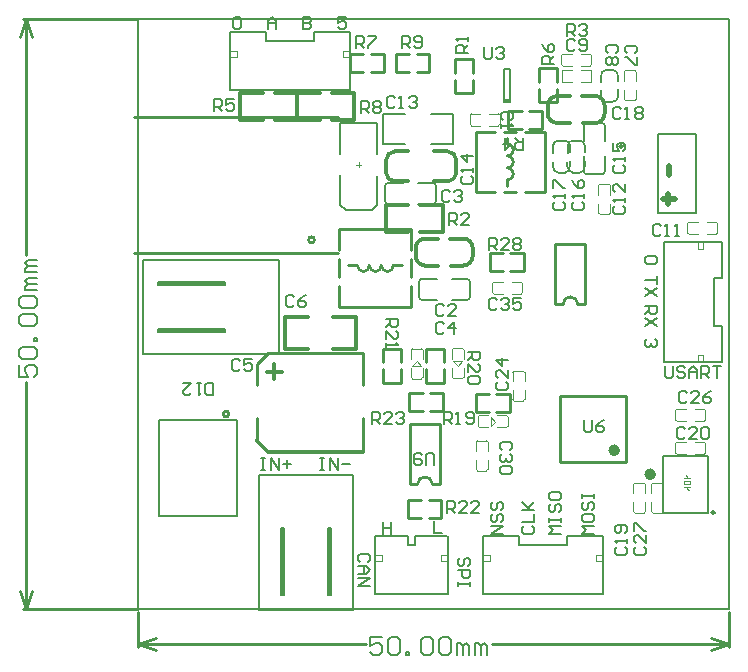
<source format=gto>
G04*
G04 #@! TF.GenerationSoftware,Altium Limited,Altium Designer,18.1.3 (115)*
G04*
G04 Layer_Color=65535*
%FSLAX25Y25*%
%MOIN*%
G70*
G01*
G75*
%ADD10C,0.00400*%
%ADD11C,0.01200*%
%ADD12C,0.00600*%
%ADD13C,0.01000*%
%ADD14C,0.00984*%
%ADD15C,0.00800*%
%ADD16C,0.02000*%
%ADD17C,0.01968*%
%ADD18C,0.00787*%
%ADD19C,0.01181*%
%ADD20C,0.00394*%
%ADD21C,0.00606*%
D10*
X153300Y132100D02*
G03*
X153800Y131600I500J0D01*
G01*
Y141600D02*
G03*
X153300Y141100I0J-500D01*
G01*
X156800Y131600D02*
G03*
X157300Y132100I0J500D01*
G01*
Y141100D02*
G03*
X156800Y141600I-500J0D01*
G01*
X90700Y77300D02*
G03*
X91200Y76800I500J0D01*
G01*
Y86800D02*
G03*
X90700Y86300I0J-500D01*
G01*
X94200Y76800D02*
G03*
X94700Y77300I0J500D01*
G01*
Y86300D02*
G03*
X94200Y86800I-500J0D01*
G01*
X179500Y55500D02*
G03*
X179000Y55000I0J-500D01*
G01*
X189000D02*
G03*
X188500Y55500I-500J0D01*
G01*
X179000Y52000D02*
G03*
X179500Y51500I500J0D01*
G01*
X188500D02*
G03*
X189000Y52000I0J500D01*
G01*
X161900Y170000D02*
G03*
X162400Y169500I500J0D01*
G01*
Y179500D02*
G03*
X161900Y179000I0J-500D01*
G01*
X165400Y169500D02*
G03*
X165900Y170000I0J500D01*
G01*
Y179000D02*
G03*
X165400Y179500I-500J0D01*
G01*
X104500Y77301D02*
G03*
X105000Y76801I500J0D01*
G01*
Y86801D02*
G03*
X104500Y86301I0J-500D01*
G01*
X108000Y76801D02*
G03*
X108500Y77301I0J500D01*
G01*
Y86301D02*
G03*
X108000Y86801I-500J0D01*
G01*
X128700Y78900D02*
G03*
X128200Y79400I-500J0D01*
G01*
Y69400D02*
G03*
X128700Y69900I0J500D01*
G01*
X125200Y79400D02*
G03*
X124700Y78900I0J-500D01*
G01*
Y69900D02*
G03*
X125200Y69400I500J0D01*
G01*
X122600Y60500D02*
G03*
X123100Y61000I0J500D01*
G01*
X113100D02*
G03*
X113600Y60500I500J0D01*
G01*
X123100Y64000D02*
G03*
X122600Y64500I-500J0D01*
G01*
X113600D02*
G03*
X113100Y64000I0J-500D01*
G01*
X141500Y185000D02*
G03*
X141000Y184500I0J-500D01*
G01*
X151000D02*
G03*
X150500Y185000I-500J0D01*
G01*
X141000Y181500D02*
G03*
X141500Y181000I500J0D01*
G01*
X150500D02*
G03*
X151000Y181500I0J500D01*
G01*
X192500Y124900D02*
G03*
X193000Y125400I0J500D01*
G01*
X183000D02*
G03*
X183500Y124900I500J0D01*
G01*
X193000Y128400D02*
G03*
X192500Y128900I-500J0D01*
G01*
X183500D02*
G03*
X183000Y128400I0J-500D01*
G01*
X179500Y66500D02*
G03*
X179000Y66000I0J-500D01*
G01*
X189000D02*
G03*
X188500Y66500I-500J0D01*
G01*
X179000Y63000D02*
G03*
X179500Y62500I500J0D01*
G01*
X188500D02*
G03*
X189000Y63000I0J500D01*
G01*
X118500Y109000D02*
G03*
X118000Y108500I0J-500D01*
G01*
X128000D02*
G03*
X127500Y109000I-500J0D01*
G01*
X118000Y105500D02*
G03*
X118500Y105000I500J0D01*
G01*
X127500D02*
G03*
X128000Y105500I0J500D01*
G01*
X175000Y41500D02*
G03*
X174500Y42000I-500J0D01*
G01*
Y32000D02*
G03*
X175000Y32500I0J500D01*
G01*
X171500Y42000D02*
G03*
X171000Y41500I0J-500D01*
G01*
Y32500D02*
G03*
X171500Y32000I500J0D01*
G01*
X165000Y32500D02*
G03*
X165500Y32000I500J0D01*
G01*
Y42000D02*
G03*
X165000Y41500I0J-500D01*
G01*
X168500Y32000D02*
G03*
X169000Y32500I0J500D01*
G01*
Y41500D02*
G03*
X168500Y42000I-500J0D01*
G01*
X111000Y165000D02*
G03*
X110500Y164500I0J-500D01*
G01*
X120500D02*
G03*
X120000Y165000I-500J0D01*
G01*
X110500Y161500D02*
G03*
X111000Y161000I500J0D01*
G01*
X120000D02*
G03*
X120500Y161500I0J500D01*
G01*
X112500Y46500D02*
G03*
X113000Y46000I500J0D01*
G01*
Y56000D02*
G03*
X112500Y55500I0J-500D01*
G01*
X116000Y46000D02*
G03*
X116500Y46500I0J500D01*
G01*
Y55500D02*
G03*
X116000Y56000I-500J0D01*
G01*
X150900Y175500D02*
Y179500D01*
X147500Y175500D02*
X150900D01*
X141100D02*
X144500D01*
X147500Y179500D02*
X150900D01*
X141100Y179600D02*
X144400D01*
X141100Y175500D02*
Y179600D01*
X153800Y131600D02*
X156800D01*
X153800Y141600D02*
X156800D01*
X153300Y132100D02*
Y135100D01*
Y138100D02*
Y141100D01*
X157300Y138100D02*
Y141100D01*
Y132100D02*
Y135100D01*
X91200Y76800D02*
X94200D01*
X91200Y86800D02*
X94200D01*
X90700Y77300D02*
Y80300D01*
Y83300D02*
Y86300D01*
X94700Y83300D02*
Y86300D01*
Y77300D02*
Y80300D01*
X182500Y44500D02*
X183000Y44000D01*
Y43500D02*
Y44000D01*
X182000Y43500D02*
X184000D01*
X182000Y41500D02*
Y42500D01*
X184000D01*
Y41500D02*
Y42500D01*
X182000Y41500D02*
X184000D01*
X182000Y40500D02*
X184000D01*
X183000Y40000D02*
Y40500D01*
Y40000D02*
X183500Y39500D01*
X185500Y55500D02*
X188500D01*
X179500D02*
X182500D01*
X179500Y51500D02*
X182500D01*
X185500D02*
X188500D01*
X179000Y52000D02*
Y55000D01*
X189000Y52000D02*
Y55000D01*
X162400Y169500D02*
X165400D01*
X162400Y179500D02*
X165400D01*
X161900Y170000D02*
Y173000D01*
Y176000D02*
Y179000D01*
X165900Y176000D02*
Y179000D01*
Y170000D02*
Y173000D01*
X104500Y83301D02*
Y86301D01*
Y77301D02*
Y80301D01*
X108500Y77301D02*
Y80301D01*
Y83301D02*
Y86301D01*
X105000Y76801D02*
X108000D01*
X105000Y86801D02*
X108000D01*
X128700Y69900D02*
Y72900D01*
Y75900D02*
Y78900D01*
X124700Y75900D02*
Y78900D01*
Y69900D02*
Y72900D01*
X125200Y79400D02*
X128200D01*
X125200Y69400D02*
X128200D01*
X113600Y60500D02*
X116600D01*
X119600D02*
X122600D01*
X119600Y64500D02*
X122600D01*
X113600D02*
X116600D01*
X123100Y61000D02*
Y64000D01*
X113100Y61000D02*
Y64000D01*
X147500Y185000D02*
X150500D01*
X141500D02*
X144500D01*
X141500Y181000D02*
X144500D01*
X147500D02*
X150500D01*
X141000Y181500D02*
Y184500D01*
X151000Y181500D02*
Y184500D01*
X183500Y124900D02*
X186500D01*
X189500D02*
X192500D01*
X189500Y128900D02*
X192500D01*
X183500D02*
X186500D01*
X193000Y125400D02*
Y128400D01*
X183000Y125400D02*
Y128400D01*
X185500Y66500D02*
X188500D01*
X179500D02*
X182500D01*
X179500Y62500D02*
X182500D01*
X185500D02*
X188500D01*
X179000Y63000D02*
Y66000D01*
X189000Y63000D02*
Y66000D01*
X124500Y109000D02*
X127500D01*
X118500D02*
X121500D01*
X118500Y105000D02*
X121500D01*
X124500D02*
X127500D01*
X118000Y105500D02*
Y108500D01*
X128000Y105500D02*
Y108500D01*
X175000Y32500D02*
Y35500D01*
Y38500D02*
Y41500D01*
X171000Y38500D02*
Y41500D01*
Y32500D02*
Y35500D01*
X171500Y42000D02*
X174500D01*
X171500Y32000D02*
X174500D01*
X165000Y38500D02*
Y41500D01*
Y32500D02*
Y35500D01*
X169000Y32500D02*
Y35500D01*
Y38500D02*
Y41500D01*
X165500Y32000D02*
X168500D01*
X165500Y42000D02*
X168500D01*
X117000Y165000D02*
X120000D01*
X111000D02*
X114000D01*
X111000Y161000D02*
X114000D01*
X117000D02*
X120000D01*
X110500Y161500D02*
Y164500D01*
X120500Y161500D02*
Y164500D01*
X112500Y52500D02*
Y55500D01*
Y46500D02*
Y49500D01*
X116500Y46500D02*
Y49500D01*
Y52500D02*
Y55500D01*
X113000Y46000D02*
X116000D01*
X113000Y56000D02*
X116000D01*
D11*
X85500Y152500D02*
G03*
X82500Y149500I0J-3000D01*
G01*
Y145500D02*
G03*
X85500Y142500I3000J0D01*
G01*
X103000D02*
G03*
X106000Y145500I0J3000D01*
G01*
Y149500D02*
G03*
X103000Y152500I-3000J0D01*
G01*
X139629Y170974D02*
G03*
X136416Y167760I0J-3214D01*
G01*
Y165174D02*
G03*
X139629Y161960I3214J0D01*
G01*
X152216D02*
G03*
X155429Y165174I0J3214D01*
G01*
Y167760D02*
G03*
X152216Y170974I-3214J0D01*
G01*
X111430Y120260D02*
G03*
X108215Y123474I-3214J0D01*
G01*
Y114460D02*
G03*
X111430Y117674I0J3214D01*
G01*
X92415D02*
G03*
X95630Y114460I3214J0D01*
G01*
Y123474D02*
G03*
X92415Y120260I0J-3214D01*
G01*
X49000Y86700D02*
X49000Y97400D01*
X72500Y86700D02*
Y97400D01*
X49000Y86700D02*
X56500Y86700D01*
X49000Y97400D02*
X56500D01*
X65000D02*
X72500D01*
X65000Y86700D02*
X72500D01*
X106000Y145500D02*
Y149500D01*
X82500Y145500D02*
Y149500D01*
X85500Y152500D02*
X90000D01*
X85500Y142500D02*
X90000D01*
X98500D02*
X103000D01*
X98500Y152500D02*
X103000D01*
X98500D02*
X103000D01*
X148316Y161960D02*
X152216D01*
X139629D02*
X143930D01*
X139129Y170960D02*
X143930D01*
X136416Y165274D02*
Y167760D01*
X155429Y165174D02*
Y167660D01*
X147930Y170960D02*
X152229D01*
X64500Y163000D02*
X72000D01*
X64500Y172000D02*
X72000D01*
X53000D02*
X60500D01*
X53000Y163000D02*
X60500D01*
X72000D02*
Y172000D01*
X53000Y163000D02*
Y172000D01*
X103929Y123460D02*
X108229D01*
X111430Y117674D02*
Y120160D01*
X92415Y117774D02*
Y120260D01*
X95130Y123460D02*
X99929D01*
X95630Y114460D02*
X99929D01*
X104315D02*
X108215D01*
X53000Y163000D02*
Y172000D01*
X34000Y163000D02*
Y172000D01*
X45500D02*
X53000D01*
X45500Y163000D02*
X53000D01*
X34000D02*
X41500D01*
X34000Y172000D02*
X41500D01*
X101500Y125500D02*
Y134500D01*
X82500Y125500D02*
Y134500D01*
X94000D02*
X101500D01*
X94000Y125500D02*
X101500D01*
X82500D02*
X90000D01*
X82500Y134500D02*
X90000D01*
D12*
X155500Y160900D02*
G03*
X154500Y161900I-1000J0D01*
G01*
Y144900D02*
G03*
X155500Y145900I0J1000D01*
G01*
X148500D02*
G03*
X149500Y144900I1000J0D01*
G01*
Y161900D02*
G03*
X148500Y160900I0J-1000D01*
G01*
X109500Y103000D02*
G03*
X110500Y104000I0J1000D01*
G01*
X93500D02*
G03*
X94500Y103000I1000J0D01*
G01*
Y110000D02*
G03*
X93500Y109000I0J-1000D01*
G01*
X110500D02*
G03*
X109500Y110000I-1000J0D01*
G01*
X83200Y142000D02*
G03*
X82200Y141000I0J-1000D01*
G01*
X99200D02*
G03*
X98200Y142000I-1000J0D01*
G01*
Y135000D02*
G03*
X99200Y136000I0J1000D01*
G01*
X82200D02*
G03*
X83200Y135000I1000J0D01*
G01*
X149500Y161900D02*
X154500D01*
X149500Y144900D02*
X154500D01*
X148500Y145900D02*
Y150900D01*
X155500Y145900D02*
Y150900D01*
X148500Y155900D02*
Y160900D01*
X155500Y155900D02*
Y160900D01*
X110500Y104000D02*
Y109000D01*
X93500Y104000D02*
Y109000D01*
X94500Y110000D02*
X99500D01*
X94500Y103000D02*
X99500D01*
X104500Y110000D02*
X109500D01*
X104500Y103000D02*
X109500D01*
X82200Y136000D02*
Y141000D01*
X99200Y136000D02*
Y141000D01*
X93200Y135000D02*
X98200D01*
X93200Y142000D02*
X98200D01*
X83200Y135000D02*
X88200D01*
X83200Y142000D02*
X88200D01*
X81330Y-9401D02*
X77332D01*
Y-12400D01*
X79331Y-11400D01*
X80330D01*
X81330Y-12400D01*
Y-14399D01*
X80330Y-15399D01*
X78331D01*
X77332Y-14399D01*
X83330Y-10401D02*
X84329Y-9401D01*
X86329D01*
X87328Y-10401D01*
Y-14399D01*
X86329Y-15399D01*
X84329D01*
X83330Y-14399D01*
Y-10401D01*
X89328Y-15399D02*
Y-14399D01*
X90327D01*
Y-15399D01*
X89328D01*
X94326Y-10401D02*
X95326Y-9401D01*
X97325D01*
X98325Y-10401D01*
Y-14399D01*
X97325Y-15399D01*
X95326D01*
X94326Y-14399D01*
Y-10401D01*
X100324D02*
X101324Y-9401D01*
X103323D01*
X104323Y-10401D01*
Y-14399D01*
X103323Y-15399D01*
X101324D01*
X100324Y-14399D01*
Y-10401D01*
X106322Y-15399D02*
Y-11400D01*
X107322D01*
X108321Y-12400D01*
Y-15399D01*
Y-12400D01*
X109321Y-11400D01*
X110321Y-12400D01*
Y-15399D01*
X112320D02*
Y-11400D01*
X113320D01*
X114320Y-12400D01*
Y-15399D01*
Y-12400D01*
X115319Y-11400D01*
X116319Y-12400D01*
Y-15399D01*
X-39899Y81230D02*
Y77232D01*
X-36900D01*
X-37900Y79231D01*
Y80230D01*
X-36900Y81230D01*
X-34901D01*
X-33901Y80230D01*
Y78231D01*
X-34901Y77232D01*
X-38899Y83230D02*
X-39899Y84229D01*
Y86229D01*
X-38899Y87228D01*
X-34901D01*
X-33901Y86229D01*
Y84229D01*
X-34901Y83230D01*
X-38899D01*
X-33901Y89228D02*
X-34901D01*
Y90227D01*
X-33901D01*
Y89228D01*
X-38899Y94226D02*
X-39899Y95226D01*
Y97225D01*
X-38899Y98225D01*
X-34901D01*
X-33901Y97225D01*
Y95226D01*
X-34901Y94226D01*
X-38899D01*
Y100224D02*
X-39899Y101224D01*
Y103223D01*
X-38899Y104223D01*
X-34901D01*
X-33901Y103223D01*
Y101224D01*
X-34901Y100224D01*
X-38899D01*
X-33901Y106222D02*
X-37900D01*
Y107222D01*
X-36900Y108221D01*
X-33901D01*
X-36900D01*
X-37900Y109221D01*
X-36900Y110221D01*
X-33901D01*
Y112220D02*
X-37900D01*
Y113220D01*
X-36900Y114219D01*
X-33901D01*
X-36900D01*
X-37900Y115219D01*
X-36900Y116219D01*
X-33901D01*
D13*
X30200Y64935D02*
G03*
X30200Y64935I-1000J0D01*
G01*
X77000Y114500D02*
G03*
X81000Y114500I2000J0D01*
G01*
X73000D02*
G03*
X77000Y114500I2000J0D01*
G01*
X81000D02*
G03*
X85000Y114500I2000J0D01*
G01*
X123000Y151000D02*
G03*
X123000Y155000I0J2000D01*
G01*
Y143000D02*
G03*
X123000Y147000I0J2000D01*
G01*
D02*
G03*
X123000Y151000I0J2000D01*
G01*
X192079Y32087D02*
G03*
X192079Y32087I-492J0D01*
G01*
X58706Y123014D02*
G03*
X58706Y123014I-1000J0D01*
G01*
X146500Y101500D02*
G03*
X141500Y101500I-2500J0D01*
G01*
X98000Y41500D02*
G03*
X93000Y41500I-2500J0D01*
G01*
X43319Y85371D02*
X74900D01*
X39483Y81535D02*
X43319Y85371D01*
X39483Y74700D02*
Y81535D01*
Y56116D02*
Y63700D01*
Y56116D02*
X43300Y52300D01*
X74900D01*
Y63700D01*
Y74700D02*
Y85371D01*
X91000Y110500D02*
Y116500D01*
X67000Y110500D02*
Y116500D01*
Y119500D02*
Y126500D01*
X91000D01*
Y119500D02*
Y126500D01*
Y100500D02*
Y107500D01*
X67000Y100500D02*
X91000D01*
X67000D02*
Y107500D01*
X85000Y114500D02*
X88000D01*
X70000D02*
X73000D01*
X129000Y159000D02*
X135500D01*
Y139000D02*
Y159000D01*
X129000Y139000D02*
X135500D01*
X112500D02*
X119000D01*
X112500D02*
Y159000D01*
X119000D01*
X123000Y155000D02*
Y157000D01*
Y141000D02*
Y143000D01*
X122000Y139000D02*
X126000D01*
X122000Y159000D02*
X126000D01*
X117300Y118500D02*
X121500D01*
X117300Y112500D02*
X121500D01*
X124000Y118500D02*
X128500D01*
X124000Y112500D02*
X128500D01*
X117300D02*
Y118500D01*
X128500Y112500D02*
Y118500D01*
X-1349Y118762D02*
X66565D01*
X-1349Y164038D02*
X66565D01*
X140575Y70887D02*
X162575D01*
X140575Y48887D02*
Y70887D01*
Y48887D02*
X162575D01*
Y70887D01*
X146500Y101500D02*
X149000D01*
X139000D02*
X141500D01*
X139000D02*
Y121500D01*
X149000D01*
Y101500D02*
Y121500D01*
X92700Y179100D02*
X96900D01*
X92700Y185100D02*
X96900D01*
X85700Y179100D02*
X90200D01*
X85700Y185100D02*
X90200D01*
X96900Y179100D02*
Y185100D01*
X85700Y179100D02*
Y185100D01*
X77500Y179100D02*
X81700D01*
X77500Y185100D02*
X81700D01*
X70500Y179100D02*
X75000D01*
X70500Y185100D02*
X75000D01*
X81700Y179100D02*
Y185100D01*
X70500Y179100D02*
Y185100D01*
X123201Y160000D02*
Y166000D01*
X134401Y160000D02*
Y166000D01*
X123201D02*
X127701D01*
X123201Y160000D02*
X127701D01*
X130201Y166000D02*
X134401D01*
X130201Y160000D02*
X134401D01*
X105500Y172099D02*
Y176299D01*
X111500Y172099D02*
Y176299D01*
X105500Y178799D02*
Y183299D01*
X111500Y178799D02*
Y183299D01*
X105500Y172099D02*
X111500D01*
X105500Y183299D02*
X111500D01*
X96701Y30300D02*
X100901D01*
X96701Y36300D02*
X100901D01*
X89701Y30300D02*
X94201D01*
X89701Y36300D02*
X94201D01*
X100901Y30300D02*
Y36300D01*
X89701Y30300D02*
Y36300D01*
X133500Y169099D02*
Y173299D01*
X139500Y169099D02*
Y173299D01*
X133500Y175799D02*
Y180299D01*
X139500Y175799D02*
Y180299D01*
X133500Y169099D02*
X139500D01*
X133500Y180299D02*
X139500D01*
X97201Y66000D02*
X101401D01*
X97201Y72000D02*
X101401D01*
X90201Y66000D02*
X94701D01*
X90201Y72000D02*
X94701D01*
X101401Y66000D02*
Y72000D01*
X90201Y66000D02*
Y72000D01*
X100500Y41500D02*
Y61500D01*
X90500D02*
X100500D01*
X90500Y41500D02*
Y61500D01*
Y41500D02*
X93000D01*
X98000D02*
X100500D01*
X112599Y71500D02*
X116799D01*
X112599Y65500D02*
X116799D01*
X119299Y71500D02*
X123799D01*
X119299Y65500D02*
X123799D01*
X112599D02*
Y71500D01*
X123799Y65500D02*
Y71500D01*
X102000Y82301D02*
Y86501D01*
X96000Y82301D02*
Y86501D01*
X102000Y75301D02*
Y79801D01*
X96000Y75301D02*
Y79801D01*
Y86501D02*
X102000D01*
X96000Y75301D02*
X102000D01*
X87500Y82301D02*
Y86501D01*
X81500Y82301D02*
Y86501D01*
X87500Y75301D02*
Y79801D01*
X81500Y75301D02*
Y79801D01*
Y86501D02*
X87500D01*
X81500Y75301D02*
X87500D01*
X0Y-11800D02*
X6000Y-9800D01*
X0Y-11800D02*
X6000Y-13800D01*
X190850D02*
X196850Y-11800D01*
X190850Y-9800D02*
X196850Y-11800D01*
X0D02*
X75731D01*
X117919D02*
X196850D01*
X0Y-12800D02*
Y-1100D01*
X196850Y-12800D02*
Y-1100D01*
X-39500Y5900D02*
X-37500Y-100D01*
X-35500Y5900D01*
X-37500Y196750D02*
X-35500Y190750D01*
X-39500D02*
X-37500Y196750D01*
Y-100D02*
Y75631D01*
Y117819D02*
Y196750D01*
X-38500Y-100D02*
X0D01*
X-38500Y196750D02*
X0D01*
D14*
X161390Y154221D02*
G03*
X161390Y154221I-492J0D01*
G01*
D15*
X123817Y168890D02*
G03*
X121947Y168890I-935J0D01*
G01*
X1599Y85126D02*
X46795D01*
Y100717D01*
X1599Y85126D02*
Y100717D01*
X6500Y92922D02*
X29000D01*
X6500Y93422D02*
X29000D01*
Y92422D02*
Y93422D01*
X6500Y92422D02*
X29000D01*
X6500D02*
Y93422D01*
Y108012D02*
Y109012D01*
Y108012D02*
X29000D01*
Y109012D01*
X6500D02*
X29000D01*
X6500Y108512D02*
X29000D01*
X1599Y100717D02*
Y116307D01*
X46795D01*
Y100717D02*
Y116307D01*
X121747Y168890D02*
X123817D01*
X121947D02*
X124016D01*
Y180110D01*
X121747D02*
X124016D01*
X121747Y168890D02*
Y180110D01*
X194650Y110326D02*
Y122326D01*
Y82326D02*
Y94326D01*
X78748Y4858D02*
X102874D01*
X92252Y24150D02*
X102874D01*
X78748D02*
X90000D01*
X142874D02*
X154874D01*
X114874D02*
X126874D01*
X58622Y192150D02*
X70622D01*
X30622D02*
X42622D01*
X71374Y-402D02*
Y44795D01*
X55783D02*
X71374D01*
X55783Y-402D02*
X71374D01*
X63578Y4500D02*
Y27000D01*
X63078Y4500D02*
Y27000D01*
X64078D01*
Y4500D02*
Y27000D01*
X63078Y4500D02*
X64078D01*
X47488D02*
X48488D01*
Y27000D01*
X47488D02*
X48488D01*
X47488Y4500D02*
Y27000D01*
X47988Y4500D02*
Y27000D01*
X40193Y-402D02*
X55783D01*
X40193D02*
Y44795D01*
X55783D01*
X175500Y81099D02*
Y77766D01*
X176166Y77100D01*
X177499D01*
X178166Y77766D01*
Y81099D01*
X182165Y80432D02*
X181498Y81099D01*
X180165D01*
X179499Y80432D01*
Y79766D01*
X180165Y79099D01*
X181498D01*
X182165Y78433D01*
Y77766D01*
X181498Y77100D01*
X180165D01*
X179499Y77766D01*
X183497Y77100D02*
Y79766D01*
X184830Y81099D01*
X186163Y79766D01*
Y77100D01*
Y79099D01*
X183497D01*
X187496Y77100D02*
Y81099D01*
X189496D01*
X190162Y80432D01*
Y79099D01*
X189496Y78433D01*
X187496D01*
X188829D02*
X190162Y77100D01*
X191495Y81099D02*
X194161D01*
X192828D01*
Y77100D01*
X109932Y14301D02*
X110599Y14968D01*
Y16301D01*
X109932Y16967D01*
X109266D01*
X108599Y16301D01*
Y14968D01*
X107933Y14301D01*
X107266D01*
X106600Y14968D01*
Y16301D01*
X107266Y16967D01*
X106600Y12968D02*
X110599D01*
Y10969D01*
X109932Y10303D01*
X108599D01*
X107933Y10969D01*
Y12968D01*
X110599Y8970D02*
Y7637D01*
Y8303D01*
X106600D01*
Y8970D01*
Y7637D01*
X98500Y29299D02*
Y25300D01*
X101166D01*
X76432Y15634D02*
X77099Y16301D01*
Y17634D01*
X76432Y18300D01*
X73766D01*
X73100Y17634D01*
Y16301D01*
X73766Y15634D01*
X73100Y14301D02*
X75766D01*
X77099Y12968D01*
X75766Y11636D01*
X73100D01*
X75099D01*
Y14301D01*
X73100Y10303D02*
X77099D01*
X73100Y7637D01*
X77099D01*
X84200Y24901D02*
Y28900D01*
Y26901D01*
X81534D01*
Y24901D01*
Y28900D01*
X121500Y25100D02*
X117501D01*
X121500Y27766D01*
X117501D01*
X118168Y31765D02*
X117501Y31098D01*
Y29765D01*
X118168Y29099D01*
X118834D01*
X119501Y29765D01*
Y31098D01*
X120167Y31765D01*
X120834D01*
X121500Y31098D01*
Y29765D01*
X120834Y29099D01*
X118168Y35763D02*
X117501Y35097D01*
Y33764D01*
X118168Y33097D01*
X118834D01*
X119501Y33764D01*
Y35097D01*
X120167Y35763D01*
X120834D01*
X121500Y35097D01*
Y33764D01*
X120834Y33097D01*
X128568Y27766D02*
X127901Y27099D01*
Y25766D01*
X128568Y25100D01*
X131234D01*
X131900Y25766D01*
Y27099D01*
X131234Y27766D01*
X127901Y29099D02*
X131900D01*
Y31765D01*
X127901Y33097D02*
X131900D01*
X130567D01*
X127901Y35763D01*
X129901Y33764D01*
X131900Y35763D01*
X140900Y25100D02*
X136901D01*
X138234Y26433D01*
X136901Y27766D01*
X140900D01*
X136901Y29099D02*
Y30432D01*
Y29765D01*
X140900D01*
Y29099D01*
Y30432D01*
X137568Y35097D02*
X136901Y34430D01*
Y33097D01*
X137568Y32431D01*
X138234D01*
X138901Y33097D01*
Y34430D01*
X139567Y35097D01*
X140234D01*
X140900Y34430D01*
Y33097D01*
X140234Y32431D01*
X136901Y38429D02*
Y37096D01*
X137568Y36430D01*
X140234D01*
X140900Y37096D01*
Y38429D01*
X140234Y39096D01*
X137568D01*
X136901Y38429D01*
X151700Y25100D02*
X147701D01*
X149034Y26433D01*
X147701Y27766D01*
X151700D01*
X147701Y31098D02*
Y29765D01*
X148368Y29099D01*
X151033D01*
X151700Y29765D01*
Y31098D01*
X151033Y31765D01*
X148368D01*
X147701Y31098D01*
X148368Y35763D02*
X147701Y35097D01*
Y33764D01*
X148368Y33097D01*
X149034D01*
X149701Y33764D01*
Y35097D01*
X150367Y35763D01*
X151033D01*
X151700Y35097D01*
Y33764D01*
X151033Y33097D01*
X147701Y37096D02*
Y38429D01*
Y37763D01*
X151700D01*
Y37096D01*
Y38429D01*
X172132Y117500D02*
X172799Y116833D01*
Y115501D01*
X172132Y114834D01*
X169466D01*
X168800Y115501D01*
Y116833D01*
X169466Y117500D01*
X172132D01*
X172799Y111000D02*
Y108334D01*
Y109667D01*
X168800D01*
X172799Y107001D02*
X168800Y104335D01*
X172799D02*
X168800Y107001D01*
Y101100D02*
X172799D01*
Y99101D01*
X172132Y98434D01*
X170799D01*
X170133Y99101D01*
Y101100D01*
Y99767D02*
X168800Y98434D01*
X172799Y97101D02*
X168800Y94436D01*
X172799D02*
X168800Y97101D01*
X172132Y89900D02*
X172799Y89234D01*
Y87901D01*
X172132Y87234D01*
X171466D01*
X170799Y87901D01*
Y88567D01*
Y87901D01*
X170133Y87234D01*
X169466D01*
X168800Y87901D01*
Y89234D01*
X169466Y89900D01*
X69166Y197148D02*
X66500D01*
Y195149D01*
X67833Y195815D01*
X68499D01*
X69166Y195149D01*
Y193816D01*
X68499Y193150D01*
X67166D01*
X66500Y193816D01*
X54874Y197148D02*
Y193150D01*
X56873D01*
X57540Y193816D01*
Y194483D01*
X56873Y195149D01*
X54874D01*
X56873D01*
X57540Y195815D01*
Y196482D01*
X56873Y197148D01*
X54874D01*
X43248Y193150D02*
Y195815D01*
X44581Y197148D01*
X45914Y195815D01*
Y193150D01*
Y195149D01*
X43248D01*
X31622Y196482D02*
X32289Y197148D01*
X33621D01*
X34288Y196482D01*
Y193816D01*
X33621Y193150D01*
X32289D01*
X31622Y193816D01*
Y196482D01*
X60600Y50299D02*
X61933D01*
X61266D01*
Y46300D01*
X60600D01*
X61933D01*
X63932D02*
Y50299D01*
X66598Y46300D01*
Y50299D01*
X67931Y48299D02*
X70597D01*
X41000Y50299D02*
X42333D01*
X41666D01*
Y46300D01*
X41000D01*
X42333D01*
X44332D02*
Y50299D01*
X46998Y46300D01*
Y50299D01*
X48331Y48299D02*
X50997D01*
X49664Y49632D02*
Y46966D01*
X74200Y165300D02*
Y169299D01*
X76199D01*
X76866Y168632D01*
Y167299D01*
X76199Y166633D01*
X74200D01*
X75533D02*
X76866Y165300D01*
X78199Y168632D02*
X78865Y169299D01*
X80198D01*
X80865Y168632D01*
Y167966D01*
X80198Y167299D01*
X80865Y166633D01*
Y165966D01*
X80198Y165300D01*
X78865D01*
X78199Y165966D01*
Y166633D01*
X78865Y167299D01*
X78199Y167966D01*
Y168632D01*
X78865Y167299D02*
X80198D01*
X182066Y60032D02*
X181399Y60699D01*
X180067D01*
X179400Y60032D01*
Y57366D01*
X180067Y56700D01*
X181399D01*
X182066Y57366D01*
X186065Y56700D02*
X183399D01*
X186065Y59366D01*
Y60032D01*
X185398Y60699D01*
X184065D01*
X183399Y60032D01*
X187397D02*
X188064Y60699D01*
X189397D01*
X190063Y60032D01*
Y57366D01*
X189397Y56700D01*
X188064D01*
X187397Y57366D01*
Y60032D01*
X145068Y135666D02*
X144401Y134999D01*
Y133667D01*
X145068Y133000D01*
X147733D01*
X148400Y133667D01*
Y134999D01*
X147733Y135666D01*
X148400Y136999D02*
Y138332D01*
Y137665D01*
X144401D01*
X145068Y136999D01*
X144401Y142997D02*
X145068Y141664D01*
X146401Y140331D01*
X147733D01*
X148400Y140997D01*
Y142330D01*
X147733Y142997D01*
X147067D01*
X146401Y142330D01*
Y140331D01*
X98500Y48001D02*
Y51334D01*
X97834Y52000D01*
X96501D01*
X95834Y51334D01*
Y48001D01*
X94501Y51334D02*
X93835Y52000D01*
X92502D01*
X91835Y51334D01*
Y48668D01*
X92502Y48001D01*
X93835D01*
X94501Y48668D01*
Y49334D01*
X93835Y50001D01*
X91835D01*
X148500Y62999D02*
Y59666D01*
X149167Y59000D01*
X150499D01*
X151166Y59666D01*
Y62999D01*
X155165D02*
X153832Y62332D01*
X152499Y60999D01*
Y59666D01*
X153165Y59000D01*
X154498D01*
X155165Y59666D01*
Y60333D01*
X154498Y60999D01*
X152499D01*
X115200Y187299D02*
Y183967D01*
X115866Y183300D01*
X117199D01*
X117866Y183967D01*
Y187299D01*
X119199Y186632D02*
X119865Y187299D01*
X121198D01*
X121864Y186632D01*
Y185966D01*
X121198Y185299D01*
X120532D01*
X121198D01*
X121864Y184633D01*
Y183967D01*
X121198Y183300D01*
X119865D01*
X119199Y183967D01*
X117000Y119500D02*
Y123499D01*
X118999D01*
X119666Y122832D01*
Y121499D01*
X118999Y120833D01*
X117000D01*
X118333D02*
X119666Y119500D01*
X123664D02*
X120999D01*
X123664Y122166D01*
Y122832D01*
X122998Y123499D01*
X121665D01*
X120999Y122832D01*
X124997D02*
X125664Y123499D01*
X126997D01*
X127663Y122832D01*
Y122166D01*
X126997Y121499D01*
X127663Y120833D01*
Y120167D01*
X126997Y119500D01*
X125664D01*
X124997Y120167D01*
Y120833D01*
X125664Y121499D01*
X124997Y122166D01*
Y122832D01*
X125664Y121499D02*
X126997D01*
X77800Y61800D02*
Y65799D01*
X79799D01*
X80466Y65132D01*
Y63799D01*
X79799Y63133D01*
X77800D01*
X79133D02*
X80466Y61800D01*
X84465D02*
X81799D01*
X84465Y64466D01*
Y65132D01*
X83798Y65799D01*
X82465D01*
X81799Y65132D01*
X85797D02*
X86464Y65799D01*
X87797D01*
X88463Y65132D01*
Y64466D01*
X87797Y63799D01*
X87130D01*
X87797D01*
X88463Y63133D01*
Y62466D01*
X87797Y61800D01*
X86464D01*
X85797Y62466D01*
X102700Y31900D02*
Y35899D01*
X104699D01*
X105366Y35232D01*
Y33899D01*
X104699Y33233D01*
X102700D01*
X104033D02*
X105366Y31900D01*
X109364D02*
X106699D01*
X109364Y34566D01*
Y35232D01*
X108698Y35899D01*
X107365D01*
X106699Y35232D01*
X113363Y31900D02*
X110697D01*
X113363Y34566D01*
Y35232D01*
X112697Y35899D01*
X111364D01*
X110697Y35232D01*
X82600Y96600D02*
X86599D01*
Y94601D01*
X85932Y93934D01*
X84599D01*
X83933Y94601D01*
Y96600D01*
Y95267D02*
X82600Y93934D01*
Y89935D02*
Y92601D01*
X85266Y89935D01*
X85932D01*
X86599Y90602D01*
Y91935D01*
X85932Y92601D01*
X82600Y88603D02*
Y87270D01*
Y87936D01*
X86599D01*
X85932Y88603D01*
X110000Y85600D02*
X113999D01*
Y83601D01*
X113332Y82934D01*
X111999D01*
X111333Y83601D01*
Y85600D01*
Y84267D02*
X110000Y82934D01*
Y78935D02*
Y81601D01*
X112666Y78935D01*
X113332D01*
X113999Y79602D01*
Y80935D01*
X113332Y81601D01*
Y77603D02*
X113999Y76936D01*
Y75603D01*
X113332Y74937D01*
X110667D01*
X110000Y75603D01*
Y76936D01*
X110667Y77603D01*
X113332D01*
X101800Y61800D02*
Y65799D01*
X103799D01*
X104466Y65132D01*
Y63799D01*
X103799Y63133D01*
X101800D01*
X103133D02*
X104466Y61800D01*
X105799D02*
X107132D01*
X106465D01*
Y65799D01*
X105799Y65132D01*
X109131Y62466D02*
X109797Y61800D01*
X111130D01*
X111797Y62466D01*
Y65132D01*
X111130Y65799D01*
X109797D01*
X109131Y65132D01*
Y64466D01*
X109797Y63799D01*
X111797D01*
X87700Y186900D02*
Y190899D01*
X89699D01*
X90366Y190232D01*
Y188899D01*
X89699Y188233D01*
X87700D01*
X89033D02*
X90366Y186900D01*
X91699Y187566D02*
X92365Y186900D01*
X93698D01*
X94365Y187566D01*
Y190232D01*
X93698Y190899D01*
X92365D01*
X91699Y190232D01*
Y189566D01*
X92365Y188899D01*
X94365D01*
X72500Y186900D02*
Y190899D01*
X74499D01*
X75166Y190232D01*
Y188899D01*
X74499Y188233D01*
X72500D01*
X73833D02*
X75166Y186900D01*
X76499Y190899D02*
X79164D01*
Y190232D01*
X76499Y187566D01*
Y186900D01*
X138400Y181600D02*
X134401D01*
Y183599D01*
X135068Y184266D01*
X136401D01*
X137067Y183599D01*
Y181600D01*
Y182933D02*
X138400Y184266D01*
X134401Y188265D02*
X135068Y186932D01*
X136401Y185599D01*
X137733D01*
X138400Y186265D01*
Y187598D01*
X137733Y188265D01*
X137067D01*
X136401Y187598D01*
Y185599D01*
X25200Y166100D02*
Y170099D01*
X27199D01*
X27866Y169432D01*
Y168099D01*
X27199Y167433D01*
X25200D01*
X26533D02*
X27866Y166100D01*
X31865Y170099D02*
X29199D01*
Y168099D01*
X30532Y168766D01*
X31198D01*
X31865Y168099D01*
Y166767D01*
X31198Y166100D01*
X29865D01*
X29199Y166767D01*
X128201Y157000D02*
Y153001D01*
X126201D01*
X125535Y153668D01*
Y155001D01*
X126201Y155667D01*
X128201D01*
X126868D02*
X125535Y157000D01*
X122203D02*
Y153001D01*
X124202Y155001D01*
X121536D01*
X143000Y190900D02*
Y194899D01*
X144999D01*
X145666Y194232D01*
Y192899D01*
X144999Y192233D01*
X143000D01*
X144333D02*
X145666Y190900D01*
X146999Y194232D02*
X147665Y194899D01*
X148998D01*
X149664Y194232D01*
Y193566D01*
X148998Y192899D01*
X148332D01*
X148998D01*
X149664Y192233D01*
Y191567D01*
X148998Y190900D01*
X147665D01*
X146999Y191567D01*
X103600Y128000D02*
Y131999D01*
X105599D01*
X106266Y131332D01*
Y129999D01*
X105599Y129333D01*
X103600D01*
X104933D02*
X106266Y128000D01*
X110265D02*
X107599D01*
X110265Y130666D01*
Y131332D01*
X109598Y131999D01*
X108265D01*
X107599Y131332D01*
X109800Y185300D02*
X105801D01*
Y187299D01*
X106468Y187966D01*
X107801D01*
X108467Y187299D01*
Y185300D01*
Y186633D02*
X109800Y187966D01*
Y189299D02*
Y190632D01*
Y189965D01*
X105801D01*
X106468Y189299D01*
X24700Y71437D02*
Y75435D01*
X22701D01*
X22034Y74769D01*
Y72103D01*
X22701Y71437D01*
X24700D01*
X20701Y75435D02*
X19368D01*
X20035D01*
Y71437D01*
X20701Y72103D01*
X14703Y75435D02*
X17369D01*
X14703Y72770D01*
Y72103D01*
X15370Y71437D01*
X16703D01*
X17369Y72103D01*
X119366Y102932D02*
X118699Y103599D01*
X117367D01*
X116700Y102932D01*
Y100266D01*
X117367Y99600D01*
X118699D01*
X119366Y100266D01*
X120699Y102932D02*
X121365Y103599D01*
X122698D01*
X123364Y102932D01*
Y102266D01*
X122698Y101599D01*
X122032D01*
X122698D01*
X123364Y100933D01*
Y100266D01*
X122698Y99600D01*
X121365D01*
X120699Y100266D01*
X127363Y103599D02*
X124697D01*
Y101599D01*
X126030Y102266D01*
X126697D01*
X127363Y101599D01*
Y100266D01*
X126697Y99600D01*
X125364D01*
X124697Y100266D01*
X123832Y52834D02*
X124499Y53501D01*
Y54834D01*
X123832Y55500D01*
X121167D01*
X120500Y54834D01*
Y53501D01*
X121167Y52834D01*
X123832Y51501D02*
X124499Y50835D01*
Y49502D01*
X123832Y48836D01*
X123166D01*
X122499Y49502D01*
Y50168D01*
Y49502D01*
X121833Y48836D01*
X121167D01*
X120500Y49502D01*
Y50835D01*
X121167Y51501D01*
X123832Y47503D02*
X124499Y46836D01*
Y45503D01*
X123832Y44837D01*
X121167D01*
X120500Y45503D01*
Y46836D01*
X121167Y47503D01*
X123832D01*
X165768Y20666D02*
X165101Y19999D01*
Y18666D01*
X165768Y18000D01*
X168433D01*
X169100Y18666D01*
Y19999D01*
X168433Y20666D01*
X169100Y24665D02*
Y21999D01*
X166434Y24665D01*
X165768D01*
X165101Y23998D01*
Y22665D01*
X165768Y21999D01*
X165101Y25997D02*
Y28663D01*
X165768D01*
X168433Y25997D01*
X169100D01*
X182966Y72032D02*
X182299Y72699D01*
X180966D01*
X180300Y72032D01*
Y69366D01*
X180966Y68700D01*
X182299D01*
X182966Y69366D01*
X186964Y68700D02*
X184299D01*
X186964Y71366D01*
Y72032D01*
X186298Y72699D01*
X184965D01*
X184299Y72032D01*
X190963Y72699D02*
X189630Y72032D01*
X188297Y70699D01*
Y69366D01*
X188964Y68700D01*
X190297D01*
X190963Y69366D01*
Y70033D01*
X190297Y70699D01*
X188297D01*
X119968Y75566D02*
X119301Y74899D01*
Y73566D01*
X119968Y72900D01*
X122634D01*
X123300Y73566D01*
Y74899D01*
X122634Y75566D01*
X123300Y79564D02*
Y76899D01*
X120634Y79564D01*
X119968D01*
X119301Y78898D01*
Y77565D01*
X119968Y76899D01*
X123300Y82897D02*
X119301D01*
X121301Y80897D01*
Y83563D01*
X159568Y20766D02*
X158901Y20099D01*
Y18767D01*
X159568Y18100D01*
X162233D01*
X162900Y18767D01*
Y20099D01*
X162233Y20766D01*
X162900Y22099D02*
Y23432D01*
Y22765D01*
X158901D01*
X159568Y22099D01*
X162233Y25431D02*
X162900Y26097D01*
Y27430D01*
X162233Y28097D01*
X159568D01*
X158901Y27430D01*
Y26097D01*
X159568Y25431D01*
X160234D01*
X160901Y26097D01*
Y28097D01*
X160966Y166732D02*
X160299Y167399D01*
X158967D01*
X158300Y166732D01*
Y164067D01*
X158967Y163400D01*
X160299D01*
X160966Y164067D01*
X162299Y163400D02*
X163632D01*
X162965D01*
Y167399D01*
X162299Y166732D01*
X165631D02*
X166297Y167399D01*
X167630D01*
X168297Y166732D01*
Y166066D01*
X167630Y165399D01*
X168297Y164733D01*
Y164067D01*
X167630Y163400D01*
X166297D01*
X165631Y164067D01*
Y164733D01*
X166297Y165399D01*
X165631Y166066D01*
Y166732D01*
X166297Y165399D02*
X167630D01*
X138868Y135666D02*
X138201Y134999D01*
Y133667D01*
X138868Y133000D01*
X141534D01*
X142200Y133667D01*
Y134999D01*
X141534Y135666D01*
X142200Y136999D02*
Y138332D01*
Y137665D01*
X138201D01*
X138868Y136999D01*
X138201Y140331D02*
Y142997D01*
X138868D01*
X141534Y140331D01*
X142200D01*
X158868Y148066D02*
X158201Y147399D01*
Y146066D01*
X158868Y145400D01*
X161533D01*
X162200Y146066D01*
Y147399D01*
X161533Y148066D01*
X162200Y149399D02*
Y150732D01*
Y150065D01*
X158201D01*
X158868Y149399D01*
X158201Y155397D02*
Y152731D01*
X160201D01*
X159534Y154064D01*
Y154730D01*
X160201Y155397D01*
X161533D01*
X162200Y154730D01*
Y153397D01*
X161533Y152731D01*
X108168Y144166D02*
X107501Y143499D01*
Y142166D01*
X108168Y141500D01*
X110834D01*
X111500Y142166D01*
Y143499D01*
X110834Y144166D01*
X111500Y145499D02*
Y146832D01*
Y146165D01*
X107501D01*
X108168Y145499D01*
X111500Y150830D02*
X107501D01*
X109501Y148831D01*
Y151497D01*
X85666Y170332D02*
X84999Y170999D01*
X83666D01*
X83000Y170332D01*
Y167666D01*
X83666Y167000D01*
X84999D01*
X85666Y167666D01*
X86999Y167000D02*
X88332D01*
X87665D01*
Y170999D01*
X86999Y170332D01*
X90331D02*
X90997Y170999D01*
X92330D01*
X92997Y170332D01*
Y169666D01*
X92330Y168999D01*
X91664D01*
X92330D01*
X92997Y168333D01*
Y167666D01*
X92330Y167000D01*
X90997D01*
X90331Y167666D01*
X158868Y134266D02*
X158201Y133599D01*
Y132266D01*
X158868Y131600D01*
X161533D01*
X162200Y132266D01*
Y133599D01*
X161533Y134266D01*
X162200Y135599D02*
Y136932D01*
Y136265D01*
X158201D01*
X158868Y135599D01*
X162200Y141597D02*
Y138931D01*
X159534Y141597D01*
X158868D01*
X158201Y140930D01*
Y139597D01*
X158868Y138931D01*
X174266Y127732D02*
X173599Y128399D01*
X172266D01*
X171600Y127732D01*
Y125066D01*
X172266Y124400D01*
X173599D01*
X174266Y125066D01*
X175599Y124400D02*
X176932D01*
X176265D01*
Y128399D01*
X175599Y127732D01*
X178931Y124400D02*
X180264D01*
X179597D01*
Y128399D01*
X178931Y127732D01*
X145666Y189332D02*
X144999Y189999D01*
X143667D01*
X143000Y189332D01*
Y186667D01*
X143667Y186000D01*
X144999D01*
X145666Y186667D01*
X146999D02*
X147665Y186000D01*
X148998D01*
X149664Y186667D01*
Y189332D01*
X148998Y189999D01*
X147665D01*
X146999Y189332D01*
Y188666D01*
X147665Y187999D01*
X149664D01*
X159032Y185334D02*
X159699Y186001D01*
Y187334D01*
X159032Y188000D01*
X156367D01*
X155700Y187334D01*
Y186001D01*
X156367Y185334D01*
X159032Y184001D02*
X159699Y183335D01*
Y182002D01*
X159032Y181335D01*
X158366D01*
X157699Y182002D01*
X157033Y181335D01*
X156367D01*
X155700Y182002D01*
Y183335D01*
X156367Y184001D01*
X157033D01*
X157699Y183335D01*
X158366Y184001D01*
X159032D01*
X157699Y183335D02*
Y182002D01*
X165432Y185134D02*
X166099Y185801D01*
Y187134D01*
X165432Y187800D01*
X162767D01*
X162100Y187134D01*
Y185801D01*
X162767Y185134D01*
X166099Y183801D02*
Y181135D01*
X165432D01*
X162767Y183801D01*
X162100D01*
X51866Y104132D02*
X51199Y104799D01*
X49866D01*
X49200Y104132D01*
Y101466D01*
X49866Y100800D01*
X51199D01*
X51866Y101466D01*
X55865Y104799D02*
X54532Y104132D01*
X53199Y102799D01*
Y101466D01*
X53865Y100800D01*
X55198D01*
X55865Y101466D01*
Y102133D01*
X55198Y102799D01*
X53199D01*
X33966Y82632D02*
X33299Y83299D01*
X31966D01*
X31300Y82632D01*
Y79966D01*
X31966Y79300D01*
X33299D01*
X33966Y79966D01*
X37964Y83299D02*
X35299D01*
Y81299D01*
X36632Y81966D01*
X37298D01*
X37964Y81299D01*
Y79966D01*
X37298Y79300D01*
X35965D01*
X35299Y79966D01*
X101866Y94832D02*
X101199Y95499D01*
X99866D01*
X99200Y94832D01*
Y92166D01*
X99866Y91500D01*
X101199D01*
X101866Y92166D01*
X105198Y91500D02*
Y95499D01*
X103199Y93499D01*
X105865D01*
X103866Y138832D02*
X103199Y139499D01*
X101866D01*
X101200Y138832D01*
Y136167D01*
X101866Y135500D01*
X103199D01*
X103866Y136167D01*
X105199Y138832D02*
X105865Y139499D01*
X107198D01*
X107864Y138832D01*
Y138166D01*
X107198Y137499D01*
X106532D01*
X107198D01*
X107864Y136833D01*
Y136167D01*
X107198Y135500D01*
X105865D01*
X105199Y136167D01*
X101966Y100832D02*
X101299Y101499D01*
X99966D01*
X99300Y100832D01*
Y98166D01*
X99966Y97500D01*
X101299D01*
X101966Y98166D01*
X105965Y97500D02*
X103299D01*
X105965Y100166D01*
Y100832D01*
X105298Y101499D01*
X103965D01*
X103299Y100832D01*
X124332Y162834D02*
X124999Y163501D01*
Y164833D01*
X124332Y165500D01*
X121667D01*
X121000Y164833D01*
Y163501D01*
X121667Y162834D01*
X121000Y161501D02*
Y160168D01*
Y160835D01*
X124999D01*
X124332Y161501D01*
X196850Y-100D02*
Y196750D01*
X0Y-100D02*
X196850Y-100D01*
X0D02*
Y196750D01*
Y196750D02*
X196850Y196750D01*
D16*
X171559Y44887D02*
G03*
X171559Y44887I-984J0D01*
G01*
D17*
X159559Y52887D02*
G03*
X159559Y52887I-984J0D01*
G01*
X176496Y135076D02*
Y138383D01*
X174764Y136572D02*
X178858D01*
X176811Y144682D02*
Y147635D01*
D18*
X145000Y156100D02*
G03*
X143100Y154500I-150J-1750D01*
G01*
X143000Y147500D02*
G03*
X145000Y145400I2050J-50D01*
G01*
X147000Y145400D02*
G03*
X148700Y147500I-200J1900D01*
G01*
X148800Y154500D02*
G03*
X147000Y156100I-1700J-100D01*
G01*
X157900Y169000D02*
G03*
X159800Y170600I150J1750D01*
G01*
X159900Y177600D02*
G03*
X157900Y179700I-2050J50D01*
G01*
X155900Y179700D02*
G03*
X154200Y177600I200J-1900D01*
G01*
X154100Y170600D02*
G03*
X155900Y169000I1700J100D01*
G01*
X140100Y156100D02*
G03*
X138200Y154500I-150J-1750D01*
G01*
X138100Y147500D02*
G03*
X140100Y145400I2050J-50D01*
G01*
X142100Y145400D02*
G03*
X143800Y147500I-200J1900D01*
G01*
X143900Y154500D02*
G03*
X142100Y156100I-1700J-100D01*
G01*
X81500Y165000D02*
X89000D01*
X81500Y155000D02*
X89000D01*
X97500D02*
X105000D01*
X97500Y165000D02*
X105000D01*
X81500Y155000D02*
Y165000D01*
X105000Y155000D02*
Y165000D01*
X67298Y162061D02*
X79502D01*
X67328Y134772D02*
X69100Y133000D01*
X77800D02*
X79572Y134772D01*
X69069Y132958D02*
X77731D01*
X67300Y151764D02*
Y162000D01*
X79600Y151764D02*
Y162000D01*
Y134800D02*
Y144446D01*
X67300Y134900D02*
Y144546D01*
X32995Y58179D02*
Y62935D01*
X6700D02*
X32995D01*
X6700Y58179D02*
Y62935D01*
X32995Y30935D02*
Y58179D01*
X6700Y30935D02*
X32995D01*
X6700D02*
Y58179D01*
X185898Y131977D02*
Y158355D01*
X173102Y131977D02*
Y158355D01*
X185898D01*
X173102Y131977D02*
X185898D01*
X148700Y147500D02*
Y149300D01*
X145000Y145400D02*
X147000D01*
X143000Y147500D02*
Y149100D01*
X143100Y151900D02*
Y154500D01*
X145000Y156100D02*
X147000D01*
X148800Y152200D02*
Y154500D01*
X175358Y82326D02*
X194650D01*
X175358D02*
Y122326D01*
X194650D01*
X191831Y110326D02*
X194650D01*
X191831Y94326D02*
X194650D01*
X191831D02*
Y110326D01*
X90000Y21331D02*
X92252D01*
Y24150D01*
X90000Y21331D02*
Y24150D01*
X78748Y4858D02*
Y24150D01*
X103126Y4858D02*
Y24150D01*
X154200Y175800D02*
Y177600D01*
X155900Y179700D02*
X157900D01*
X159900Y176000D02*
Y177600D01*
X159800Y170600D02*
Y173200D01*
X155900Y169000D02*
X157900D01*
X154100Y170600D02*
Y172900D01*
X143800Y147500D02*
Y149300D01*
X140100Y145400D02*
X142100D01*
X138100Y147500D02*
Y149100D01*
X138200Y151900D02*
Y154500D01*
X140100Y156100D02*
X142100D01*
X143900Y152200D02*
Y154500D01*
X126874Y21331D02*
X142874D01*
Y24150D01*
X126874Y21331D02*
Y24150D01*
X114874Y4858D02*
Y24150D01*
Y4858D02*
X154874D01*
Y24150D01*
X42622Y189331D02*
X58622D01*
Y192150D01*
X42622Y189331D02*
Y192150D01*
X30622Y172858D02*
Y192150D01*
Y172858D02*
X70622D01*
Y192150D01*
D19*
X39483Y56116D02*
Y56135D01*
Y56116D02*
X43300Y52300D01*
X74900D01*
X45100Y76735D02*
Y81735D01*
X42700Y79035D02*
X47700D01*
D20*
X92743Y82554D02*
X94200Y81098D01*
X91287D02*
X94200D01*
X91287D02*
X92743Y82554D01*
X186382Y82326D02*
Y84610D01*
X188350D01*
Y82326D02*
Y84610D01*
X186382Y120043D02*
Y122326D01*
Y120043D02*
X188350D01*
Y122326D01*
X78748Y17850D02*
X81032D01*
Y15882D02*
Y17850D01*
X78748Y15882D02*
X81032D01*
X100842Y17850D02*
X103126D01*
X100842Y15882D02*
Y17850D01*
Y15882D02*
X103126D01*
X106457Y81046D02*
X107913Y82503D01*
X105000D02*
X107913D01*
X105000D02*
X106457Y81046D01*
X117398Y63913D02*
X118854Y62457D01*
X117398Y61000D02*
Y63913D01*
Y61000D02*
X118854Y62457D01*
X114874Y17850D02*
X117157D01*
Y15882D02*
Y17850D01*
X114874Y15882D02*
X117157D01*
X152591Y17850D02*
X154874D01*
X152591Y15882D02*
Y17850D01*
Y15882D02*
X154874D01*
X30622Y185850D02*
X32906D01*
Y183882D02*
Y185850D01*
X30622Y183882D02*
X32906D01*
X68339Y185850D02*
X70622D01*
X68339Y183882D02*
Y185850D01*
Y183882D02*
X70622D01*
X73400Y147313D02*
Y148887D01*
X72613Y148100D02*
X74187D01*
D21*
X175000Y32000D02*
Y51000D01*
X190000D01*
Y32000D02*
Y51000D01*
X175000Y32000D02*
X190000D01*
M02*

</source>
